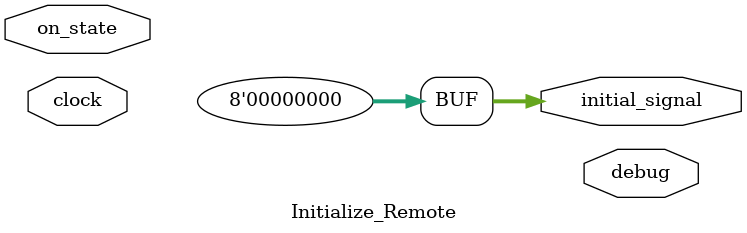
<source format=v>
`timescale 1ns / 1ps
module Initialize_Remote(
		input clock,
		input on_state,
		output reg [7:0] initial_signal,
		output reg debug
    );

parameter TURN_ON = 1;
parameter IDLE = 0;

reg state;
reg [25:0] counter;
reg first_time;

initial counter = 0;
initial first_time = 0;
//when you get an on pulse,
//send out 0 for 16 cycles,
//then 255 for 16 cycles, then
//0
always @(clock) begin
	
	case (state)
	TURN_ON:
	begin
		first_time <= 1;
		//if (counter > 26'd280 && counter < 26'd540) begin
		if (counter > 26'd28000000 && counter < 26'd54000000) begin
			initial_signal <= 8'b1111_1111;
		end else if (counter > 26'd54000000) begin
		//end else if (counter > 26'd540) begin
		   initial_signal <= 0;
			state <= IDLE;
		end else initial_signal <= 0;
		
		counter <= counter +1;
		debug <= state;
	end
	default:
	begin
		initial_signal <= 0;
		if (!first_time) state <= TURN_ON;
		else 		state <= IDLE;
	end
	endcase
end


endmodule

</source>
